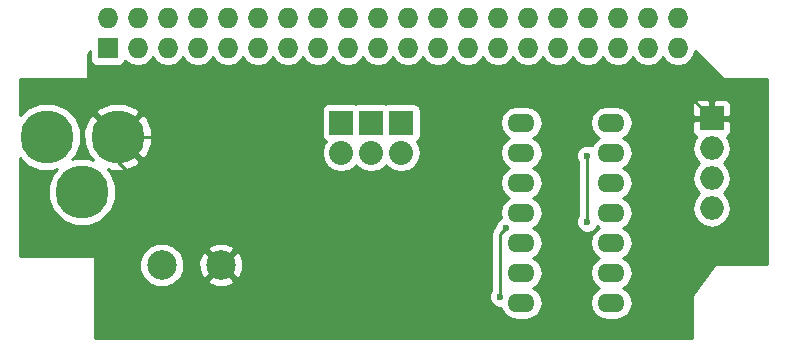
<source format=gbr>
G04 #@! TF.FileFunction,Copper,L2,Bot,Signal*
%FSLAX46Y46*%
G04 Gerber Fmt 4.6, Leading zero omitted, Abs format (unit mm)*
G04 Created by KiCad (PCBNEW 4.0.6-e0-6349~53~ubuntu16.04.1) date Fri Jun 23 16:13:46 2017*
%MOMM*%
%LPD*%
G01*
G04 APERTURE LIST*
%ADD10C,0.100000*%
%ADD11R,1.727200X1.727200*%
%ADD12O,1.727200X1.727200*%
%ADD13C,4.500000*%
%ADD14C,2.500000*%
%ADD15O,1.998980X1.998980*%
%ADD16R,1.998980X1.998980*%
%ADD17R,2.032000X2.032000*%
%ADD18O,2.032000X2.032000*%
%ADD19O,2.300000X1.600000*%
%ADD20C,0.600000*%
%ADD21C,0.250000*%
%ADD22C,0.254000*%
G04 APERTURE END LIST*
D10*
D11*
X20870000Y-29270000D03*
D12*
X20870000Y-26730000D03*
X23410000Y-29270000D03*
X23410000Y-26730000D03*
X25950000Y-29270000D03*
X25950000Y-26730000D03*
X28490000Y-29270000D03*
X28490000Y-26730000D03*
X31030000Y-29270000D03*
X31030000Y-26730000D03*
X33570000Y-29270000D03*
X33570000Y-26730000D03*
X36110000Y-29270000D03*
X36110000Y-26730000D03*
X38650000Y-29270000D03*
X38650000Y-26730000D03*
X41190000Y-29270000D03*
X41190000Y-26730000D03*
X43730000Y-29270000D03*
X43730000Y-26730000D03*
X46270000Y-29270000D03*
X46270000Y-26730000D03*
X48810000Y-29270000D03*
X48810000Y-26730000D03*
X51350000Y-29270000D03*
X51350000Y-26730000D03*
X53890000Y-29270000D03*
X53890000Y-26730000D03*
X56430000Y-29270000D03*
X56430000Y-26730000D03*
X58970000Y-29270000D03*
X58970000Y-26730000D03*
X61510000Y-29270000D03*
X61510000Y-26730000D03*
X64050000Y-29270000D03*
X64050000Y-26730000D03*
X66590000Y-29270000D03*
X66590000Y-26730000D03*
X69130000Y-29270000D03*
X69130000Y-26730000D03*
D13*
X21700140Y-36750000D03*
X15700660Y-36750000D03*
X18700400Y-41449000D03*
D14*
X25440000Y-47625000D03*
X30440000Y-47625000D03*
D15*
X72000000Y-42810000D03*
D16*
X72000000Y-35190000D03*
D15*
X72000000Y-37730000D03*
X72000000Y-40270000D03*
D17*
X45720000Y-35560000D03*
D18*
X45720000Y-38100000D03*
D17*
X40640000Y-35560000D03*
D18*
X40640000Y-38100000D03*
D17*
X43180000Y-35560000D03*
D18*
X43180000Y-38100000D03*
D19*
X55880000Y-35560000D03*
X55880000Y-38100000D03*
X55880000Y-40640000D03*
X55880000Y-43180000D03*
X55880000Y-45720000D03*
X55880000Y-48260000D03*
X55880000Y-50800000D03*
X63500000Y-50800000D03*
X63500000Y-48260000D03*
X63500000Y-45720000D03*
X63500000Y-43180000D03*
X63500000Y-40640000D03*
X63500000Y-38100000D03*
X63500000Y-35560000D03*
D20*
X54102000Y-50292000D03*
X54610000Y-44450000D03*
X61468000Y-43942000D03*
X61468000Y-38354000D03*
D21*
X21700140Y-36750000D02*
X21700140Y-38885140D01*
X21700140Y-38885140D02*
X30440000Y-47625000D01*
X21700140Y-36750000D02*
X24718000Y-36750000D01*
X69068000Y-32258000D02*
X72000000Y-35190000D01*
X29210000Y-32258000D02*
X69068000Y-32258000D01*
X24718000Y-36750000D02*
X29210000Y-32258000D01*
X21700140Y-36750000D02*
X24050000Y-36750000D01*
X54102000Y-44958000D02*
X54102000Y-50292000D01*
X54610000Y-44450000D02*
X54102000Y-44958000D01*
X61468000Y-38354000D02*
X61468000Y-43942000D01*
D22*
G36*
X72935197Y-31839803D02*
X72977211Y-31867666D01*
X73025000Y-31877000D01*
X76708000Y-31877000D01*
X76708000Y-47498000D01*
X72390000Y-47498000D01*
X72340590Y-47508006D01*
X72288400Y-47548800D01*
X70383400Y-50088800D01*
X70361759Y-50134332D01*
X70358000Y-50165000D01*
X70358000Y-53815000D01*
X19812000Y-53815000D01*
X19812000Y-50477167D01*
X53166838Y-50477167D01*
X53308883Y-50820943D01*
X53571673Y-51084192D01*
X53915201Y-51226838D01*
X54144973Y-51227038D01*
X54169263Y-51349151D01*
X54480332Y-51814698D01*
X54945879Y-52125767D01*
X55495030Y-52235000D01*
X56264970Y-52235000D01*
X56814121Y-52125767D01*
X57279668Y-51814698D01*
X57590737Y-51349151D01*
X57699970Y-50800000D01*
X57590737Y-50250849D01*
X57279668Y-49785302D01*
X56897582Y-49530000D01*
X57279668Y-49274698D01*
X57590737Y-48809151D01*
X57699970Y-48260000D01*
X57590737Y-47710849D01*
X57279668Y-47245302D01*
X56897582Y-46990000D01*
X57279668Y-46734698D01*
X57590737Y-46269151D01*
X57699970Y-45720000D01*
X57590737Y-45170849D01*
X57279668Y-44705302D01*
X56897582Y-44450000D01*
X57279668Y-44194698D01*
X57590737Y-43729151D01*
X57699970Y-43180000D01*
X57590737Y-42630849D01*
X57279668Y-42165302D01*
X56897582Y-41910000D01*
X57279668Y-41654698D01*
X57590737Y-41189151D01*
X57699970Y-40640000D01*
X57590737Y-40090849D01*
X57279668Y-39625302D01*
X56897582Y-39370000D01*
X57279668Y-39114698D01*
X57590737Y-38649151D01*
X57612614Y-38539167D01*
X60532838Y-38539167D01*
X60674883Y-38882943D01*
X60708000Y-38916118D01*
X60708000Y-43379537D01*
X60675808Y-43411673D01*
X60533162Y-43755201D01*
X60532838Y-44127167D01*
X60674883Y-44470943D01*
X60937673Y-44734192D01*
X61281201Y-44876838D01*
X61653167Y-44877162D01*
X61996943Y-44735117D01*
X62260192Y-44472327D01*
X62315715Y-44338613D01*
X62482418Y-44450000D01*
X62100332Y-44705302D01*
X61789263Y-45170849D01*
X61680030Y-45720000D01*
X61789263Y-46269151D01*
X62100332Y-46734698D01*
X62482418Y-46990000D01*
X62100332Y-47245302D01*
X61789263Y-47710849D01*
X61680030Y-48260000D01*
X61789263Y-48809151D01*
X62100332Y-49274698D01*
X62482418Y-49530000D01*
X62100332Y-49785302D01*
X61789263Y-50250849D01*
X61680030Y-50800000D01*
X61789263Y-51349151D01*
X62100332Y-51814698D01*
X62565879Y-52125767D01*
X63115030Y-52235000D01*
X63884970Y-52235000D01*
X64434121Y-52125767D01*
X64899668Y-51814698D01*
X65210737Y-51349151D01*
X65319970Y-50800000D01*
X65210737Y-50250849D01*
X64899668Y-49785302D01*
X64517582Y-49530000D01*
X64899668Y-49274698D01*
X65210737Y-48809151D01*
X65319970Y-48260000D01*
X65210737Y-47710849D01*
X64899668Y-47245302D01*
X64517582Y-46990000D01*
X64899668Y-46734698D01*
X65210737Y-46269151D01*
X65319970Y-45720000D01*
X65210737Y-45170849D01*
X64899668Y-44705302D01*
X64517582Y-44450000D01*
X64899668Y-44194698D01*
X65210737Y-43729151D01*
X65319970Y-43180000D01*
X65210737Y-42630849D01*
X64899668Y-42165302D01*
X64517582Y-41910000D01*
X64899668Y-41654698D01*
X65210737Y-41189151D01*
X65319970Y-40640000D01*
X65210737Y-40090849D01*
X64899668Y-39625302D01*
X64517582Y-39370000D01*
X64899668Y-39114698D01*
X65210737Y-38649151D01*
X65319970Y-38100000D01*
X65210737Y-37550849D01*
X64899668Y-37085302D01*
X64517582Y-36830000D01*
X64899668Y-36574698D01*
X65210737Y-36109151D01*
X65319970Y-35560000D01*
X65303212Y-35475750D01*
X70365510Y-35475750D01*
X70365510Y-36315799D01*
X70462183Y-36549188D01*
X70640811Y-36727817D01*
X70703013Y-36753582D01*
X70489928Y-37072486D01*
X70365510Y-37697978D01*
X70365510Y-37762022D01*
X70489928Y-38387514D01*
X70844241Y-38917781D01*
X70967290Y-39000000D01*
X70844241Y-39082219D01*
X70489928Y-39612486D01*
X70365510Y-40237978D01*
X70365510Y-40302022D01*
X70489928Y-40927514D01*
X70844241Y-41457781D01*
X70967290Y-41540000D01*
X70844241Y-41622219D01*
X70489928Y-42152486D01*
X70365510Y-42777978D01*
X70365510Y-42842022D01*
X70489928Y-43467514D01*
X70844241Y-43997781D01*
X71374508Y-44352094D01*
X72000000Y-44476512D01*
X72625492Y-44352094D01*
X73155759Y-43997781D01*
X73510072Y-43467514D01*
X73634490Y-42842022D01*
X73634490Y-42777978D01*
X73510072Y-42152486D01*
X73155759Y-41622219D01*
X73032710Y-41540000D01*
X73155759Y-41457781D01*
X73510072Y-40927514D01*
X73634490Y-40302022D01*
X73634490Y-40237978D01*
X73510072Y-39612486D01*
X73155759Y-39082219D01*
X73032710Y-39000000D01*
X73155759Y-38917781D01*
X73510072Y-38387514D01*
X73634490Y-37762022D01*
X73634490Y-37697978D01*
X73510072Y-37072486D01*
X73296987Y-36753582D01*
X73359189Y-36727817D01*
X73537817Y-36549188D01*
X73634490Y-36315799D01*
X73634490Y-35475750D01*
X73475740Y-35317000D01*
X72127000Y-35317000D01*
X72127000Y-35337000D01*
X71873000Y-35337000D01*
X71873000Y-35317000D01*
X70524260Y-35317000D01*
X70365510Y-35475750D01*
X65303212Y-35475750D01*
X65210737Y-35010849D01*
X64899668Y-34545302D01*
X64434121Y-34234233D01*
X63884970Y-34125000D01*
X63115030Y-34125000D01*
X62565879Y-34234233D01*
X62100332Y-34545302D01*
X61789263Y-35010849D01*
X61680030Y-35560000D01*
X61789263Y-36109151D01*
X62100332Y-36574698D01*
X62482418Y-36830000D01*
X62100332Y-37085302D01*
X61828938Y-37491471D01*
X61654799Y-37419162D01*
X61282833Y-37418838D01*
X60939057Y-37560883D01*
X60675808Y-37823673D01*
X60533162Y-38167201D01*
X60532838Y-38539167D01*
X57612614Y-38539167D01*
X57699970Y-38100000D01*
X57590737Y-37550849D01*
X57279668Y-37085302D01*
X56897582Y-36830000D01*
X57279668Y-36574698D01*
X57590737Y-36109151D01*
X57699970Y-35560000D01*
X57590737Y-35010849D01*
X57279668Y-34545302D01*
X56814121Y-34234233D01*
X56264970Y-34125000D01*
X55495030Y-34125000D01*
X54945879Y-34234233D01*
X54480332Y-34545302D01*
X54169263Y-35010849D01*
X54060030Y-35560000D01*
X54169263Y-36109151D01*
X54480332Y-36574698D01*
X54862418Y-36830000D01*
X54480332Y-37085302D01*
X54169263Y-37550849D01*
X54060030Y-38100000D01*
X54169263Y-38649151D01*
X54480332Y-39114698D01*
X54862418Y-39370000D01*
X54480332Y-39625302D01*
X54169263Y-40090849D01*
X54060030Y-40640000D01*
X54169263Y-41189151D01*
X54480332Y-41654698D01*
X54862418Y-41910000D01*
X54480332Y-42165302D01*
X54169263Y-42630849D01*
X54060030Y-43180000D01*
X54149281Y-43628694D01*
X54081057Y-43656883D01*
X53817808Y-43919673D01*
X53675162Y-44263201D01*
X53675121Y-44310077D01*
X53564599Y-44420599D01*
X53399852Y-44667161D01*
X53342000Y-44958000D01*
X53342000Y-49729537D01*
X53309808Y-49761673D01*
X53167162Y-50105201D01*
X53166838Y-50477167D01*
X19812000Y-50477167D01*
X19812000Y-47998305D01*
X23554674Y-47998305D01*
X23841043Y-48691372D01*
X24370839Y-49222093D01*
X25063405Y-49509672D01*
X25813305Y-49510326D01*
X26506372Y-49223957D01*
X26772472Y-48958320D01*
X29286285Y-48958320D01*
X29415533Y-49251123D01*
X30115806Y-49519388D01*
X30865435Y-49499250D01*
X31464467Y-49251123D01*
X31593715Y-48958320D01*
X30440000Y-47804605D01*
X29286285Y-48958320D01*
X26772472Y-48958320D01*
X27037093Y-48694161D01*
X27324672Y-48001595D01*
X27325283Y-47300806D01*
X28545612Y-47300806D01*
X28565750Y-48050435D01*
X28813877Y-48649467D01*
X29106680Y-48778715D01*
X30260395Y-47625000D01*
X30619605Y-47625000D01*
X31773320Y-48778715D01*
X32066123Y-48649467D01*
X32334388Y-47949194D01*
X32314250Y-47199565D01*
X32066123Y-46600533D01*
X31773320Y-46471285D01*
X30619605Y-47625000D01*
X30260395Y-47625000D01*
X29106680Y-46471285D01*
X28813877Y-46600533D01*
X28545612Y-47300806D01*
X27325283Y-47300806D01*
X27325326Y-47251695D01*
X27038957Y-46558628D01*
X26772475Y-46291680D01*
X29286285Y-46291680D01*
X30440000Y-47445395D01*
X31593715Y-46291680D01*
X31464467Y-45998877D01*
X30764194Y-45730612D01*
X30014565Y-45750750D01*
X29415533Y-45998877D01*
X29286285Y-46291680D01*
X26772475Y-46291680D01*
X26509161Y-46027907D01*
X25816595Y-45740328D01*
X25066695Y-45739674D01*
X24373628Y-46026043D01*
X23842907Y-46555839D01*
X23555328Y-47248405D01*
X23554674Y-47998305D01*
X19812000Y-47998305D01*
X19812000Y-46990000D01*
X19801994Y-46940590D01*
X19773553Y-46898965D01*
X19731159Y-46871685D01*
X19685000Y-46863000D01*
X13462000Y-46863000D01*
X13462000Y-38591000D01*
X14064305Y-39194357D01*
X15124280Y-39634498D01*
X16272004Y-39635499D01*
X16547550Y-39521646D01*
X16256043Y-39812645D01*
X15815902Y-40872620D01*
X15814901Y-42020344D01*
X16253190Y-43081086D01*
X17064045Y-43893357D01*
X18124020Y-44333498D01*
X19271744Y-44334499D01*
X20332486Y-43896210D01*
X21144757Y-43085355D01*
X21584898Y-42025380D01*
X21585899Y-40877656D01*
X21147610Y-39816914D01*
X20851078Y-39519864D01*
X21137586Y-39637227D01*
X22285302Y-39632730D01*
X23324765Y-39202169D01*
X23576002Y-38805467D01*
X21700140Y-36929605D01*
X21685998Y-36943748D01*
X21506393Y-36764143D01*
X21520535Y-36750000D01*
X21879745Y-36750000D01*
X23755607Y-38625862D01*
X24152309Y-38374625D01*
X24587367Y-37312554D01*
X24582870Y-36164838D01*
X24152309Y-35125375D01*
X23755607Y-34874138D01*
X21879745Y-36750000D01*
X21520535Y-36750000D01*
X19644673Y-34874138D01*
X19247971Y-35125375D01*
X18812913Y-36187446D01*
X18817410Y-37335162D01*
X19247971Y-38374625D01*
X19644671Y-38625861D01*
X19580086Y-38690446D01*
X19276780Y-38564502D01*
X18129056Y-38563501D01*
X17853510Y-38677354D01*
X18145017Y-38386355D01*
X18585158Y-37326380D01*
X18586159Y-36178656D01*
X18147870Y-35117914D01*
X17725228Y-34694533D01*
X19824278Y-34694533D01*
X21700140Y-36570395D01*
X23576002Y-34694533D01*
X23480668Y-34544000D01*
X38976560Y-34544000D01*
X38976560Y-36576000D01*
X39020838Y-36811317D01*
X39159910Y-37027441D01*
X39316206Y-37134233D01*
X39114675Y-37435845D01*
X38989000Y-38067655D01*
X38989000Y-38132345D01*
X39114675Y-38764155D01*
X39472567Y-39299778D01*
X40008190Y-39657670D01*
X40640000Y-39783345D01*
X41271810Y-39657670D01*
X41807433Y-39299778D01*
X41910000Y-39146276D01*
X42012567Y-39299778D01*
X42548190Y-39657670D01*
X43180000Y-39783345D01*
X43811810Y-39657670D01*
X44347433Y-39299778D01*
X44450000Y-39146276D01*
X44552567Y-39299778D01*
X45088190Y-39657670D01*
X45720000Y-39783345D01*
X46351810Y-39657670D01*
X46887433Y-39299778D01*
X47245325Y-38764155D01*
X47371000Y-38132345D01*
X47371000Y-38067655D01*
X47245325Y-37435845D01*
X47042996Y-37133038D01*
X47187441Y-37040090D01*
X47332431Y-36827890D01*
X47383440Y-36576000D01*
X47383440Y-34544000D01*
X47339162Y-34308683D01*
X47200090Y-34092559D01*
X47158587Y-34064201D01*
X70365510Y-34064201D01*
X70365510Y-34904250D01*
X70524260Y-35063000D01*
X71873000Y-35063000D01*
X71873000Y-33714260D01*
X72127000Y-33714260D01*
X72127000Y-35063000D01*
X73475740Y-35063000D01*
X73634490Y-34904250D01*
X73634490Y-34064201D01*
X73537817Y-33830812D01*
X73359189Y-33652183D01*
X73125800Y-33555510D01*
X72285750Y-33555510D01*
X72127000Y-33714260D01*
X71873000Y-33714260D01*
X71714250Y-33555510D01*
X70874200Y-33555510D01*
X70640811Y-33652183D01*
X70462183Y-33830812D01*
X70365510Y-34064201D01*
X47158587Y-34064201D01*
X46987890Y-33947569D01*
X46736000Y-33896560D01*
X44704000Y-33896560D01*
X44468683Y-33940838D01*
X44452901Y-33950993D01*
X44447890Y-33947569D01*
X44196000Y-33896560D01*
X42164000Y-33896560D01*
X41928683Y-33940838D01*
X41912901Y-33950993D01*
X41907890Y-33947569D01*
X41656000Y-33896560D01*
X39624000Y-33896560D01*
X39388683Y-33940838D01*
X39172559Y-34079910D01*
X39027569Y-34292110D01*
X38976560Y-34544000D01*
X23480668Y-34544000D01*
X23324765Y-34297831D01*
X22262694Y-33862773D01*
X21114978Y-33867270D01*
X20075515Y-34297831D01*
X19824278Y-34694533D01*
X17725228Y-34694533D01*
X17337015Y-34305643D01*
X16277040Y-33865502D01*
X15129316Y-33864501D01*
X14068574Y-34302790D01*
X13462000Y-34908307D01*
X13462000Y-31877000D01*
X19050000Y-31877000D01*
X19099410Y-31866994D01*
X19141035Y-31838553D01*
X19168315Y-31796159D01*
X19177000Y-31750000D01*
X19177000Y-29874980D01*
X19358960Y-29511060D01*
X19358960Y-30133600D01*
X19403238Y-30368917D01*
X19542310Y-30585041D01*
X19754510Y-30730031D01*
X20006400Y-30781040D01*
X21733600Y-30781040D01*
X21968917Y-30736762D01*
X22185041Y-30597690D01*
X22330031Y-30385490D01*
X22338864Y-30341869D01*
X22350330Y-30359029D01*
X22836511Y-30683885D01*
X23410000Y-30797959D01*
X23983489Y-30683885D01*
X24469670Y-30359029D01*
X24680000Y-30044248D01*
X24890330Y-30359029D01*
X25376511Y-30683885D01*
X25950000Y-30797959D01*
X26523489Y-30683885D01*
X27009670Y-30359029D01*
X27220000Y-30044248D01*
X27430330Y-30359029D01*
X27916511Y-30683885D01*
X28490000Y-30797959D01*
X29063489Y-30683885D01*
X29549670Y-30359029D01*
X29760000Y-30044248D01*
X29970330Y-30359029D01*
X30456511Y-30683885D01*
X31030000Y-30797959D01*
X31603489Y-30683885D01*
X32089670Y-30359029D01*
X32300000Y-30044248D01*
X32510330Y-30359029D01*
X32996511Y-30683885D01*
X33570000Y-30797959D01*
X34143489Y-30683885D01*
X34629670Y-30359029D01*
X34840000Y-30044248D01*
X35050330Y-30359029D01*
X35536511Y-30683885D01*
X36110000Y-30797959D01*
X36683489Y-30683885D01*
X37169670Y-30359029D01*
X37380000Y-30044248D01*
X37590330Y-30359029D01*
X38076511Y-30683885D01*
X38650000Y-30797959D01*
X39223489Y-30683885D01*
X39709670Y-30359029D01*
X39920000Y-30044248D01*
X40130330Y-30359029D01*
X40616511Y-30683885D01*
X41190000Y-30797959D01*
X41763489Y-30683885D01*
X42249670Y-30359029D01*
X42460000Y-30044248D01*
X42670330Y-30359029D01*
X43156511Y-30683885D01*
X43730000Y-30797959D01*
X44303489Y-30683885D01*
X44789670Y-30359029D01*
X45000000Y-30044248D01*
X45210330Y-30359029D01*
X45696511Y-30683885D01*
X46270000Y-30797959D01*
X46843489Y-30683885D01*
X47329670Y-30359029D01*
X47540000Y-30044248D01*
X47750330Y-30359029D01*
X48236511Y-30683885D01*
X48810000Y-30797959D01*
X49383489Y-30683885D01*
X49869670Y-30359029D01*
X50080000Y-30044248D01*
X50290330Y-30359029D01*
X50776511Y-30683885D01*
X51350000Y-30797959D01*
X51923489Y-30683885D01*
X52409670Y-30359029D01*
X52620000Y-30044248D01*
X52830330Y-30359029D01*
X53316511Y-30683885D01*
X53890000Y-30797959D01*
X54463489Y-30683885D01*
X54949670Y-30359029D01*
X55160000Y-30044248D01*
X55370330Y-30359029D01*
X55856511Y-30683885D01*
X56430000Y-30797959D01*
X57003489Y-30683885D01*
X57489670Y-30359029D01*
X57700000Y-30044248D01*
X57910330Y-30359029D01*
X58396511Y-30683885D01*
X58970000Y-30797959D01*
X59543489Y-30683885D01*
X60029670Y-30359029D01*
X60240000Y-30044248D01*
X60450330Y-30359029D01*
X60936511Y-30683885D01*
X61510000Y-30797959D01*
X62083489Y-30683885D01*
X62569670Y-30359029D01*
X62780000Y-30044248D01*
X62990330Y-30359029D01*
X63476511Y-30683885D01*
X64050000Y-30797959D01*
X64623489Y-30683885D01*
X65109670Y-30359029D01*
X65320000Y-30044248D01*
X65530330Y-30359029D01*
X66016511Y-30683885D01*
X66590000Y-30797959D01*
X67163489Y-30683885D01*
X67649670Y-30359029D01*
X67860000Y-30044248D01*
X68070330Y-30359029D01*
X68556511Y-30683885D01*
X69130000Y-30797959D01*
X69703489Y-30683885D01*
X70189670Y-30359029D01*
X70514526Y-29872848D01*
X70589802Y-29494408D01*
X72935197Y-31839803D01*
X72935197Y-31839803D01*
G37*
X72935197Y-31839803D02*
X72977211Y-31867666D01*
X73025000Y-31877000D01*
X76708000Y-31877000D01*
X76708000Y-47498000D01*
X72390000Y-47498000D01*
X72340590Y-47508006D01*
X72288400Y-47548800D01*
X70383400Y-50088800D01*
X70361759Y-50134332D01*
X70358000Y-50165000D01*
X70358000Y-53815000D01*
X19812000Y-53815000D01*
X19812000Y-50477167D01*
X53166838Y-50477167D01*
X53308883Y-50820943D01*
X53571673Y-51084192D01*
X53915201Y-51226838D01*
X54144973Y-51227038D01*
X54169263Y-51349151D01*
X54480332Y-51814698D01*
X54945879Y-52125767D01*
X55495030Y-52235000D01*
X56264970Y-52235000D01*
X56814121Y-52125767D01*
X57279668Y-51814698D01*
X57590737Y-51349151D01*
X57699970Y-50800000D01*
X57590737Y-50250849D01*
X57279668Y-49785302D01*
X56897582Y-49530000D01*
X57279668Y-49274698D01*
X57590737Y-48809151D01*
X57699970Y-48260000D01*
X57590737Y-47710849D01*
X57279668Y-47245302D01*
X56897582Y-46990000D01*
X57279668Y-46734698D01*
X57590737Y-46269151D01*
X57699970Y-45720000D01*
X57590737Y-45170849D01*
X57279668Y-44705302D01*
X56897582Y-44450000D01*
X57279668Y-44194698D01*
X57590737Y-43729151D01*
X57699970Y-43180000D01*
X57590737Y-42630849D01*
X57279668Y-42165302D01*
X56897582Y-41910000D01*
X57279668Y-41654698D01*
X57590737Y-41189151D01*
X57699970Y-40640000D01*
X57590737Y-40090849D01*
X57279668Y-39625302D01*
X56897582Y-39370000D01*
X57279668Y-39114698D01*
X57590737Y-38649151D01*
X57612614Y-38539167D01*
X60532838Y-38539167D01*
X60674883Y-38882943D01*
X60708000Y-38916118D01*
X60708000Y-43379537D01*
X60675808Y-43411673D01*
X60533162Y-43755201D01*
X60532838Y-44127167D01*
X60674883Y-44470943D01*
X60937673Y-44734192D01*
X61281201Y-44876838D01*
X61653167Y-44877162D01*
X61996943Y-44735117D01*
X62260192Y-44472327D01*
X62315715Y-44338613D01*
X62482418Y-44450000D01*
X62100332Y-44705302D01*
X61789263Y-45170849D01*
X61680030Y-45720000D01*
X61789263Y-46269151D01*
X62100332Y-46734698D01*
X62482418Y-46990000D01*
X62100332Y-47245302D01*
X61789263Y-47710849D01*
X61680030Y-48260000D01*
X61789263Y-48809151D01*
X62100332Y-49274698D01*
X62482418Y-49530000D01*
X62100332Y-49785302D01*
X61789263Y-50250849D01*
X61680030Y-50800000D01*
X61789263Y-51349151D01*
X62100332Y-51814698D01*
X62565879Y-52125767D01*
X63115030Y-52235000D01*
X63884970Y-52235000D01*
X64434121Y-52125767D01*
X64899668Y-51814698D01*
X65210737Y-51349151D01*
X65319970Y-50800000D01*
X65210737Y-50250849D01*
X64899668Y-49785302D01*
X64517582Y-49530000D01*
X64899668Y-49274698D01*
X65210737Y-48809151D01*
X65319970Y-48260000D01*
X65210737Y-47710849D01*
X64899668Y-47245302D01*
X64517582Y-46990000D01*
X64899668Y-46734698D01*
X65210737Y-46269151D01*
X65319970Y-45720000D01*
X65210737Y-45170849D01*
X64899668Y-44705302D01*
X64517582Y-44450000D01*
X64899668Y-44194698D01*
X65210737Y-43729151D01*
X65319970Y-43180000D01*
X65210737Y-42630849D01*
X64899668Y-42165302D01*
X64517582Y-41910000D01*
X64899668Y-41654698D01*
X65210737Y-41189151D01*
X65319970Y-40640000D01*
X65210737Y-40090849D01*
X64899668Y-39625302D01*
X64517582Y-39370000D01*
X64899668Y-39114698D01*
X65210737Y-38649151D01*
X65319970Y-38100000D01*
X65210737Y-37550849D01*
X64899668Y-37085302D01*
X64517582Y-36830000D01*
X64899668Y-36574698D01*
X65210737Y-36109151D01*
X65319970Y-35560000D01*
X65303212Y-35475750D01*
X70365510Y-35475750D01*
X70365510Y-36315799D01*
X70462183Y-36549188D01*
X70640811Y-36727817D01*
X70703013Y-36753582D01*
X70489928Y-37072486D01*
X70365510Y-37697978D01*
X70365510Y-37762022D01*
X70489928Y-38387514D01*
X70844241Y-38917781D01*
X70967290Y-39000000D01*
X70844241Y-39082219D01*
X70489928Y-39612486D01*
X70365510Y-40237978D01*
X70365510Y-40302022D01*
X70489928Y-40927514D01*
X70844241Y-41457781D01*
X70967290Y-41540000D01*
X70844241Y-41622219D01*
X70489928Y-42152486D01*
X70365510Y-42777978D01*
X70365510Y-42842022D01*
X70489928Y-43467514D01*
X70844241Y-43997781D01*
X71374508Y-44352094D01*
X72000000Y-44476512D01*
X72625492Y-44352094D01*
X73155759Y-43997781D01*
X73510072Y-43467514D01*
X73634490Y-42842022D01*
X73634490Y-42777978D01*
X73510072Y-42152486D01*
X73155759Y-41622219D01*
X73032710Y-41540000D01*
X73155759Y-41457781D01*
X73510072Y-40927514D01*
X73634490Y-40302022D01*
X73634490Y-40237978D01*
X73510072Y-39612486D01*
X73155759Y-39082219D01*
X73032710Y-39000000D01*
X73155759Y-38917781D01*
X73510072Y-38387514D01*
X73634490Y-37762022D01*
X73634490Y-37697978D01*
X73510072Y-37072486D01*
X73296987Y-36753582D01*
X73359189Y-36727817D01*
X73537817Y-36549188D01*
X73634490Y-36315799D01*
X73634490Y-35475750D01*
X73475740Y-35317000D01*
X72127000Y-35317000D01*
X72127000Y-35337000D01*
X71873000Y-35337000D01*
X71873000Y-35317000D01*
X70524260Y-35317000D01*
X70365510Y-35475750D01*
X65303212Y-35475750D01*
X65210737Y-35010849D01*
X64899668Y-34545302D01*
X64434121Y-34234233D01*
X63884970Y-34125000D01*
X63115030Y-34125000D01*
X62565879Y-34234233D01*
X62100332Y-34545302D01*
X61789263Y-35010849D01*
X61680030Y-35560000D01*
X61789263Y-36109151D01*
X62100332Y-36574698D01*
X62482418Y-36830000D01*
X62100332Y-37085302D01*
X61828938Y-37491471D01*
X61654799Y-37419162D01*
X61282833Y-37418838D01*
X60939057Y-37560883D01*
X60675808Y-37823673D01*
X60533162Y-38167201D01*
X60532838Y-38539167D01*
X57612614Y-38539167D01*
X57699970Y-38100000D01*
X57590737Y-37550849D01*
X57279668Y-37085302D01*
X56897582Y-36830000D01*
X57279668Y-36574698D01*
X57590737Y-36109151D01*
X57699970Y-35560000D01*
X57590737Y-35010849D01*
X57279668Y-34545302D01*
X56814121Y-34234233D01*
X56264970Y-34125000D01*
X55495030Y-34125000D01*
X54945879Y-34234233D01*
X54480332Y-34545302D01*
X54169263Y-35010849D01*
X54060030Y-35560000D01*
X54169263Y-36109151D01*
X54480332Y-36574698D01*
X54862418Y-36830000D01*
X54480332Y-37085302D01*
X54169263Y-37550849D01*
X54060030Y-38100000D01*
X54169263Y-38649151D01*
X54480332Y-39114698D01*
X54862418Y-39370000D01*
X54480332Y-39625302D01*
X54169263Y-40090849D01*
X54060030Y-40640000D01*
X54169263Y-41189151D01*
X54480332Y-41654698D01*
X54862418Y-41910000D01*
X54480332Y-42165302D01*
X54169263Y-42630849D01*
X54060030Y-43180000D01*
X54149281Y-43628694D01*
X54081057Y-43656883D01*
X53817808Y-43919673D01*
X53675162Y-44263201D01*
X53675121Y-44310077D01*
X53564599Y-44420599D01*
X53399852Y-44667161D01*
X53342000Y-44958000D01*
X53342000Y-49729537D01*
X53309808Y-49761673D01*
X53167162Y-50105201D01*
X53166838Y-50477167D01*
X19812000Y-50477167D01*
X19812000Y-47998305D01*
X23554674Y-47998305D01*
X23841043Y-48691372D01*
X24370839Y-49222093D01*
X25063405Y-49509672D01*
X25813305Y-49510326D01*
X26506372Y-49223957D01*
X26772472Y-48958320D01*
X29286285Y-48958320D01*
X29415533Y-49251123D01*
X30115806Y-49519388D01*
X30865435Y-49499250D01*
X31464467Y-49251123D01*
X31593715Y-48958320D01*
X30440000Y-47804605D01*
X29286285Y-48958320D01*
X26772472Y-48958320D01*
X27037093Y-48694161D01*
X27324672Y-48001595D01*
X27325283Y-47300806D01*
X28545612Y-47300806D01*
X28565750Y-48050435D01*
X28813877Y-48649467D01*
X29106680Y-48778715D01*
X30260395Y-47625000D01*
X30619605Y-47625000D01*
X31773320Y-48778715D01*
X32066123Y-48649467D01*
X32334388Y-47949194D01*
X32314250Y-47199565D01*
X32066123Y-46600533D01*
X31773320Y-46471285D01*
X30619605Y-47625000D01*
X30260395Y-47625000D01*
X29106680Y-46471285D01*
X28813877Y-46600533D01*
X28545612Y-47300806D01*
X27325283Y-47300806D01*
X27325326Y-47251695D01*
X27038957Y-46558628D01*
X26772475Y-46291680D01*
X29286285Y-46291680D01*
X30440000Y-47445395D01*
X31593715Y-46291680D01*
X31464467Y-45998877D01*
X30764194Y-45730612D01*
X30014565Y-45750750D01*
X29415533Y-45998877D01*
X29286285Y-46291680D01*
X26772475Y-46291680D01*
X26509161Y-46027907D01*
X25816595Y-45740328D01*
X25066695Y-45739674D01*
X24373628Y-46026043D01*
X23842907Y-46555839D01*
X23555328Y-47248405D01*
X23554674Y-47998305D01*
X19812000Y-47998305D01*
X19812000Y-46990000D01*
X19801994Y-46940590D01*
X19773553Y-46898965D01*
X19731159Y-46871685D01*
X19685000Y-46863000D01*
X13462000Y-46863000D01*
X13462000Y-38591000D01*
X14064305Y-39194357D01*
X15124280Y-39634498D01*
X16272004Y-39635499D01*
X16547550Y-39521646D01*
X16256043Y-39812645D01*
X15815902Y-40872620D01*
X15814901Y-42020344D01*
X16253190Y-43081086D01*
X17064045Y-43893357D01*
X18124020Y-44333498D01*
X19271744Y-44334499D01*
X20332486Y-43896210D01*
X21144757Y-43085355D01*
X21584898Y-42025380D01*
X21585899Y-40877656D01*
X21147610Y-39816914D01*
X20851078Y-39519864D01*
X21137586Y-39637227D01*
X22285302Y-39632730D01*
X23324765Y-39202169D01*
X23576002Y-38805467D01*
X21700140Y-36929605D01*
X21685998Y-36943748D01*
X21506393Y-36764143D01*
X21520535Y-36750000D01*
X21879745Y-36750000D01*
X23755607Y-38625862D01*
X24152309Y-38374625D01*
X24587367Y-37312554D01*
X24582870Y-36164838D01*
X24152309Y-35125375D01*
X23755607Y-34874138D01*
X21879745Y-36750000D01*
X21520535Y-36750000D01*
X19644673Y-34874138D01*
X19247971Y-35125375D01*
X18812913Y-36187446D01*
X18817410Y-37335162D01*
X19247971Y-38374625D01*
X19644671Y-38625861D01*
X19580086Y-38690446D01*
X19276780Y-38564502D01*
X18129056Y-38563501D01*
X17853510Y-38677354D01*
X18145017Y-38386355D01*
X18585158Y-37326380D01*
X18586159Y-36178656D01*
X18147870Y-35117914D01*
X17725228Y-34694533D01*
X19824278Y-34694533D01*
X21700140Y-36570395D01*
X23576002Y-34694533D01*
X23480668Y-34544000D01*
X38976560Y-34544000D01*
X38976560Y-36576000D01*
X39020838Y-36811317D01*
X39159910Y-37027441D01*
X39316206Y-37134233D01*
X39114675Y-37435845D01*
X38989000Y-38067655D01*
X38989000Y-38132345D01*
X39114675Y-38764155D01*
X39472567Y-39299778D01*
X40008190Y-39657670D01*
X40640000Y-39783345D01*
X41271810Y-39657670D01*
X41807433Y-39299778D01*
X41910000Y-39146276D01*
X42012567Y-39299778D01*
X42548190Y-39657670D01*
X43180000Y-39783345D01*
X43811810Y-39657670D01*
X44347433Y-39299778D01*
X44450000Y-39146276D01*
X44552567Y-39299778D01*
X45088190Y-39657670D01*
X45720000Y-39783345D01*
X46351810Y-39657670D01*
X46887433Y-39299778D01*
X47245325Y-38764155D01*
X47371000Y-38132345D01*
X47371000Y-38067655D01*
X47245325Y-37435845D01*
X47042996Y-37133038D01*
X47187441Y-37040090D01*
X47332431Y-36827890D01*
X47383440Y-36576000D01*
X47383440Y-34544000D01*
X47339162Y-34308683D01*
X47200090Y-34092559D01*
X47158587Y-34064201D01*
X70365510Y-34064201D01*
X70365510Y-34904250D01*
X70524260Y-35063000D01*
X71873000Y-35063000D01*
X71873000Y-33714260D01*
X72127000Y-33714260D01*
X72127000Y-35063000D01*
X73475740Y-35063000D01*
X73634490Y-34904250D01*
X73634490Y-34064201D01*
X73537817Y-33830812D01*
X73359189Y-33652183D01*
X73125800Y-33555510D01*
X72285750Y-33555510D01*
X72127000Y-33714260D01*
X71873000Y-33714260D01*
X71714250Y-33555510D01*
X70874200Y-33555510D01*
X70640811Y-33652183D01*
X70462183Y-33830812D01*
X70365510Y-34064201D01*
X47158587Y-34064201D01*
X46987890Y-33947569D01*
X46736000Y-33896560D01*
X44704000Y-33896560D01*
X44468683Y-33940838D01*
X44452901Y-33950993D01*
X44447890Y-33947569D01*
X44196000Y-33896560D01*
X42164000Y-33896560D01*
X41928683Y-33940838D01*
X41912901Y-33950993D01*
X41907890Y-33947569D01*
X41656000Y-33896560D01*
X39624000Y-33896560D01*
X39388683Y-33940838D01*
X39172559Y-34079910D01*
X39027569Y-34292110D01*
X38976560Y-34544000D01*
X23480668Y-34544000D01*
X23324765Y-34297831D01*
X22262694Y-33862773D01*
X21114978Y-33867270D01*
X20075515Y-34297831D01*
X19824278Y-34694533D01*
X17725228Y-34694533D01*
X17337015Y-34305643D01*
X16277040Y-33865502D01*
X15129316Y-33864501D01*
X14068574Y-34302790D01*
X13462000Y-34908307D01*
X13462000Y-31877000D01*
X19050000Y-31877000D01*
X19099410Y-31866994D01*
X19141035Y-31838553D01*
X19168315Y-31796159D01*
X19177000Y-31750000D01*
X19177000Y-29874980D01*
X19358960Y-29511060D01*
X19358960Y-30133600D01*
X19403238Y-30368917D01*
X19542310Y-30585041D01*
X19754510Y-30730031D01*
X20006400Y-30781040D01*
X21733600Y-30781040D01*
X21968917Y-30736762D01*
X22185041Y-30597690D01*
X22330031Y-30385490D01*
X22338864Y-30341869D01*
X22350330Y-30359029D01*
X22836511Y-30683885D01*
X23410000Y-30797959D01*
X23983489Y-30683885D01*
X24469670Y-30359029D01*
X24680000Y-30044248D01*
X24890330Y-30359029D01*
X25376511Y-30683885D01*
X25950000Y-30797959D01*
X26523489Y-30683885D01*
X27009670Y-30359029D01*
X27220000Y-30044248D01*
X27430330Y-30359029D01*
X27916511Y-30683885D01*
X28490000Y-30797959D01*
X29063489Y-30683885D01*
X29549670Y-30359029D01*
X29760000Y-30044248D01*
X29970330Y-30359029D01*
X30456511Y-30683885D01*
X31030000Y-30797959D01*
X31603489Y-30683885D01*
X32089670Y-30359029D01*
X32300000Y-30044248D01*
X32510330Y-30359029D01*
X32996511Y-30683885D01*
X33570000Y-30797959D01*
X34143489Y-30683885D01*
X34629670Y-30359029D01*
X34840000Y-30044248D01*
X35050330Y-30359029D01*
X35536511Y-30683885D01*
X36110000Y-30797959D01*
X36683489Y-30683885D01*
X37169670Y-30359029D01*
X37380000Y-30044248D01*
X37590330Y-30359029D01*
X38076511Y-30683885D01*
X38650000Y-30797959D01*
X39223489Y-30683885D01*
X39709670Y-30359029D01*
X39920000Y-30044248D01*
X40130330Y-30359029D01*
X40616511Y-30683885D01*
X41190000Y-30797959D01*
X41763489Y-30683885D01*
X42249670Y-30359029D01*
X42460000Y-30044248D01*
X42670330Y-30359029D01*
X43156511Y-30683885D01*
X43730000Y-30797959D01*
X44303489Y-30683885D01*
X44789670Y-30359029D01*
X45000000Y-30044248D01*
X45210330Y-30359029D01*
X45696511Y-30683885D01*
X46270000Y-30797959D01*
X46843489Y-30683885D01*
X47329670Y-30359029D01*
X47540000Y-30044248D01*
X47750330Y-30359029D01*
X48236511Y-30683885D01*
X48810000Y-30797959D01*
X49383489Y-30683885D01*
X49869670Y-30359029D01*
X50080000Y-30044248D01*
X50290330Y-30359029D01*
X50776511Y-30683885D01*
X51350000Y-30797959D01*
X51923489Y-30683885D01*
X52409670Y-30359029D01*
X52620000Y-30044248D01*
X52830330Y-30359029D01*
X53316511Y-30683885D01*
X53890000Y-30797959D01*
X54463489Y-30683885D01*
X54949670Y-30359029D01*
X55160000Y-30044248D01*
X55370330Y-30359029D01*
X55856511Y-30683885D01*
X56430000Y-30797959D01*
X57003489Y-30683885D01*
X57489670Y-30359029D01*
X57700000Y-30044248D01*
X57910330Y-30359029D01*
X58396511Y-30683885D01*
X58970000Y-30797959D01*
X59543489Y-30683885D01*
X60029670Y-30359029D01*
X60240000Y-30044248D01*
X60450330Y-30359029D01*
X60936511Y-30683885D01*
X61510000Y-30797959D01*
X62083489Y-30683885D01*
X62569670Y-30359029D01*
X62780000Y-30044248D01*
X62990330Y-30359029D01*
X63476511Y-30683885D01*
X64050000Y-30797959D01*
X64623489Y-30683885D01*
X65109670Y-30359029D01*
X65320000Y-30044248D01*
X65530330Y-30359029D01*
X66016511Y-30683885D01*
X66590000Y-30797959D01*
X67163489Y-30683885D01*
X67649670Y-30359029D01*
X67860000Y-30044248D01*
X68070330Y-30359029D01*
X68556511Y-30683885D01*
X69130000Y-30797959D01*
X69703489Y-30683885D01*
X70189670Y-30359029D01*
X70514526Y-29872848D01*
X70589802Y-29494408D01*
X72935197Y-31839803D01*
M02*

</source>
